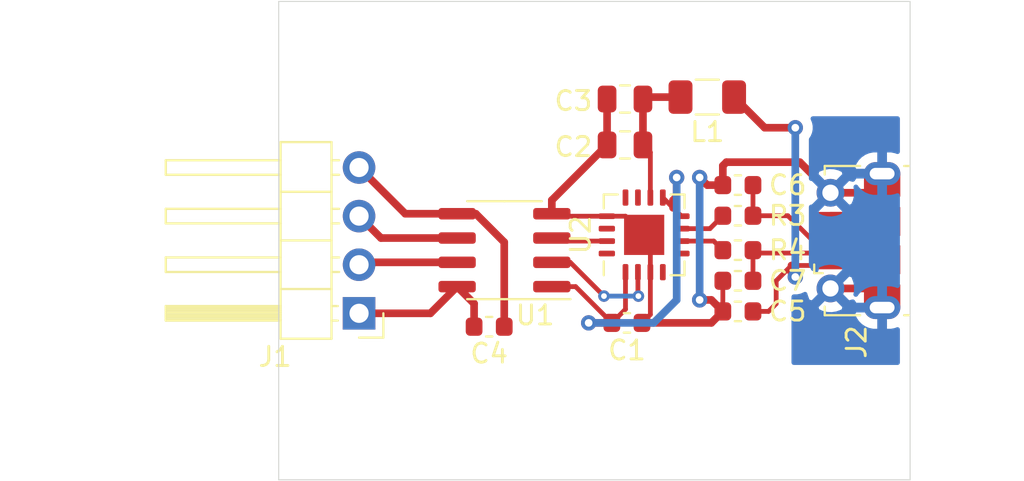
<source format=kicad_pcb>
(kicad_pcb (version 20171130) (host pcbnew 5.1.6-c6e7f7d~87~ubuntu18.04.1)

  (general
    (thickness 1.6)
    (drawings 8)
    (tracks 99)
    (zones 0)
    (modules 18)
    (nets 22)
  )

  (page A4)
  (layers
    (0 F.Cu signal)
    (31 B.Cu signal)
    (32 B.Adhes user)
    (33 F.Adhes user)
    (34 B.Paste user)
    (35 F.Paste user)
    (36 B.SilkS user)
    (37 F.SilkS user)
    (38 B.Mask user)
    (39 F.Mask user)
    (40 Dwgs.User user)
    (41 Cmts.User user)
    (42 Eco1.User user)
    (43 Eco2.User user)
    (44 Edge.Cuts user)
    (45 Margin user)
    (46 B.CrtYd user)
    (47 F.CrtYd user)
    (48 B.Fab user)
    (49 F.Fab user)
  )

  (setup
    (last_trace_width 0.25)
    (user_trace_width 0.4)
    (user_trace_width 0.6)
    (trace_clearance 0.2)
    (zone_clearance 0.508)
    (zone_45_only no)
    (trace_min 0.2)
    (via_size 0.8)
    (via_drill 0.4)
    (via_min_size 0.4)
    (via_min_drill 0.3)
    (user_via 0.6 0.3)
    (uvia_size 0.3)
    (uvia_drill 0.1)
    (uvias_allowed no)
    (uvia_min_size 0.2)
    (uvia_min_drill 0.1)
    (edge_width 0.05)
    (segment_width 0.2)
    (pcb_text_width 0.3)
    (pcb_text_size 1.5 1.5)
    (mod_edge_width 0.12)
    (mod_text_size 1 1)
    (mod_text_width 0.15)
    (pad_size 1.6 1.6)
    (pad_drill 1.2)
    (pad_to_mask_clearance 0.051)
    (solder_mask_min_width 0.25)
    (aux_axis_origin 0 0)
    (grid_origin 111.8 117)
    (visible_elements 7FFDFFBF)
    (pcbplotparams
      (layerselection 0x010fc_ffffffff)
      (usegerberextensions false)
      (usegerberattributes false)
      (usegerberadvancedattributes false)
      (creategerberjobfile false)
      (excludeedgelayer true)
      (linewidth 0.100000)
      (plotframeref false)
      (viasonmask false)
      (mode 1)
      (useauxorigin false)
      (hpglpennumber 1)
      (hpglpenspeed 20)
      (hpglpendiameter 15.000000)
      (psnegative false)
      (psa4output false)
      (plotreference true)
      (plotvalue false)
      (plotinvisibletext false)
      (padsonsilk false)
      (subtractmaskfromsilk false)
      (outputformat 1)
      (mirror false)
      (drillshape 0)
      (scaleselection 1)
      (outputdirectory "out"))
  )

  (net 0 "")
  (net 1 GND)
  (net 2 +3V3)
  (net 3 "Net-(U1-Pad3)")
  (net 4 "Net-(U1-Pad2)")
  (net 5 "Net-(C1-Pad2)")
  (net 6 GNDPWR)
  (net 7 "Net-(C2-Pad2)")
  (net 8 "Net-(C5-Pad2)")
  (net 9 "Net-(C6-Pad1)")
  (net 10 "Net-(C7-Pad1)")
  (net 11 /TX)
  (net 12 /RX)
  (net 13 "Net-(J2-Pad4)")
  (net 14 "Net-(R3-Pad2)")
  (net 15 "Net-(R4-Pad2)")
  (net 16 "Net-(U2-Pad16)")
  (net 17 "Net-(U2-Pad14)")
  (net 18 "Net-(U2-Pad12)")
  (net 19 "Net-(U2-Pad11)")
  (net 20 "Net-(U2-Pad5)")
  (net 21 "Net-(U2-Pad4)")

  (net_class Default "This is the default net class."
    (clearance 0.2)
    (trace_width 0.25)
    (via_dia 0.8)
    (via_drill 0.4)
    (uvia_dia 0.3)
    (uvia_drill 0.1)
    (add_net +3V3)
    (add_net /RX)
    (add_net /TX)
    (add_net GND)
    (add_net GNDPWR)
    (add_net "Net-(C1-Pad2)")
    (add_net "Net-(C2-Pad2)")
    (add_net "Net-(C5-Pad2)")
    (add_net "Net-(C6-Pad1)")
    (add_net "Net-(C7-Pad1)")
    (add_net "Net-(J2-Pad4)")
    (add_net "Net-(R3-Pad2)")
    (add_net "Net-(R4-Pad2)")
    (add_net "Net-(U1-Pad2)")
    (add_net "Net-(U1-Pad3)")
    (add_net "Net-(U2-Pad11)")
    (add_net "Net-(U2-Pad12)")
    (add_net "Net-(U2-Pad14)")
    (add_net "Net-(U2-Pad16)")
    (add_net "Net-(U2-Pad4)")
    (add_net "Net-(U2-Pad5)")
  )

  (module MountingHole:MountingHole_2.5mm (layer F.Cu) (tedit 56D1B4CB) (tstamp 5DA02509)
    (at 130 122)
    (descr "Mounting Hole 2.5mm, no annular")
    (tags "mounting hole 2.5mm no annular")
    (attr virtual)
    (fp_text reference REF** (at 0 -3.5) (layer F.SilkS) hide
      (effects (font (size 1 1) (thickness 0.15)))
    )
    (fp_text value MountingHole_2.5mm (at 0 3.5) (layer F.Fab) hide
      (effects (font (size 1 1) (thickness 0.15)))
    )
    (fp_circle (center 0 0) (end 2.5 0) (layer Cmts.User) (width 0.15))
    (fp_circle (center 0 0) (end 2.75 0) (layer F.CrtYd) (width 0.05))
    (fp_text user %R (at 0.3 0) (layer F.Fab)
      (effects (font (size 1 1) (thickness 0.15)))
    )
    (pad 1 np_thru_hole circle (at 0 0) (size 2.5 2.5) (drill 2.5) (layers *.Cu *.Mask))
  )

  (module MountingHole:MountingHole_2.5mm (layer F.Cu) (tedit 56D1B4CB) (tstamp 5DA11479)
    (at 130 103)
    (descr "Mounting Hole 2.5mm, no annular")
    (tags "mounting hole 2.5mm no annular")
    (attr virtual)
    (fp_text reference REF** (at 0 -3.5) (layer F.SilkS) hide
      (effects (font (size 1 1) (thickness 0.15)))
    )
    (fp_text value MountingHole_2.5mm (at 0 3.5) (layer F.Fab) hide
      (effects (font (size 1 1) (thickness 0.15)))
    )
    (fp_circle (center 0 0) (end 2.5 0) (layer Cmts.User) (width 0.15))
    (fp_circle (center 0 0) (end 2.75 0) (layer F.CrtYd) (width 0.05))
    (fp_text user %R (at 0.3 0) (layer F.Fab)
      (effects (font (size 1 1) (thickness 0.15)))
    )
    (pad 1 np_thru_hole circle (at 0 0) (size 2.5 2.5) (drill 2.5) (layers *.Cu *.Mask))
  )

  (module Package_DFN_QFN:QFN-16-1EP_4x4mm_P0.65mm_EP2.1x2.1mm (layer F.Cu) (tedit 5DC5F6A3) (tstamp 5F42A26D)
    (at 119.1 112.2 90)
    (descr "QFN, 16 Pin (http://www.thatcorp.com/datashts/THAT_1580_Datasheet.pdf), generated with kicad-footprint-generator ipc_noLead_generator.py")
    (tags "QFN NoLead")
    (path /5F45E280)
    (attr smd)
    (fp_text reference U2 (at 0 -3.32 90) (layer F.SilkS)
      (effects (font (size 1 1) (thickness 0.15)))
    )
    (fp_text value FT230XQ (at 0 3.32 90) (layer F.Fab)
      (effects (font (size 1 1) (thickness 0.15)))
    )
    (fp_line (start 1.385 -2.11) (end 2.11 -2.11) (layer F.SilkS) (width 0.12))
    (fp_line (start 2.11 -2.11) (end 2.11 -1.385) (layer F.SilkS) (width 0.12))
    (fp_line (start -1.385 2.11) (end -2.11 2.11) (layer F.SilkS) (width 0.12))
    (fp_line (start -2.11 2.11) (end -2.11 1.385) (layer F.SilkS) (width 0.12))
    (fp_line (start 1.385 2.11) (end 2.11 2.11) (layer F.SilkS) (width 0.12))
    (fp_line (start 2.11 2.11) (end 2.11 1.385) (layer F.SilkS) (width 0.12))
    (fp_line (start -1.385 -2.11) (end -2.11 -2.11) (layer F.SilkS) (width 0.12))
    (fp_line (start -1 -2) (end 2 -2) (layer F.Fab) (width 0.1))
    (fp_line (start 2 -2) (end 2 2) (layer F.Fab) (width 0.1))
    (fp_line (start 2 2) (end -2 2) (layer F.Fab) (width 0.1))
    (fp_line (start -2 2) (end -2 -1) (layer F.Fab) (width 0.1))
    (fp_line (start -2 -1) (end -1 -2) (layer F.Fab) (width 0.1))
    (fp_line (start -2.62 -2.62) (end -2.62 2.62) (layer F.CrtYd) (width 0.05))
    (fp_line (start -2.62 2.62) (end 2.62 2.62) (layer F.CrtYd) (width 0.05))
    (fp_line (start 2.62 2.62) (end 2.62 -2.62) (layer F.CrtYd) (width 0.05))
    (fp_line (start 2.62 -2.62) (end -2.62 -2.62) (layer F.CrtYd) (width 0.05))
    (fp_text user %R (at 0 0 90) (layer F.Fab)
      (effects (font (size 1 1) (thickness 0.15)))
    )
    (pad "" smd roundrect (at 0.525 0.525 90) (size 0.85 0.85) (layers F.Paste) (roundrect_rratio 0.25))
    (pad "" smd roundrect (at 0.525 -0.525 90) (size 0.85 0.85) (layers F.Paste) (roundrect_rratio 0.25))
    (pad "" smd roundrect (at -0.525 0.525 90) (size 0.85 0.85) (layers F.Paste) (roundrect_rratio 0.25))
    (pad "" smd roundrect (at -0.525 -0.525 90) (size 0.85 0.85) (layers F.Paste) (roundrect_rratio 0.25))
    (pad 17 smd rect (at 0 0 90) (size 2.1 2.1) (layers F.Cu F.Mask)
      (net 6 GNDPWR))
    (pad 16 smd roundrect (at -0.975 -1.95 90) (size 0.3 0.85) (layers F.Cu F.Paste F.Mask) (roundrect_rratio 0.25)
      (net 16 "Net-(U2-Pad16)"))
    (pad 15 smd roundrect (at -0.325 -1.95 90) (size 0.3 0.85) (layers F.Cu F.Paste F.Mask) (roundrect_rratio 0.25)
      (net 3 "Net-(U1-Pad3)"))
    (pad 14 smd roundrect (at 0.325 -1.95 90) (size 0.3 0.85) (layers F.Cu F.Paste F.Mask) (roundrect_rratio 0.25)
      (net 17 "Net-(U2-Pad14)"))
    (pad 13 smd roundrect (at 0.975 -1.95 90) (size 0.3 0.85) (layers F.Cu F.Paste F.Mask) (roundrect_rratio 0.25)
      (net 6 GNDPWR))
    (pad 12 smd roundrect (at 1.95 -0.975 90) (size 0.85 0.3) (layers F.Cu F.Paste F.Mask) (roundrect_rratio 0.25)
      (net 18 "Net-(U2-Pad12)"))
    (pad 11 smd roundrect (at 1.95 -0.325 90) (size 0.85 0.3) (layers F.Cu F.Paste F.Mask) (roundrect_rratio 0.25)
      (net 19 "Net-(U2-Pad11)"))
    (pad 10 smd roundrect (at 1.95 0.325 90) (size 0.85 0.3) (layers F.Cu F.Paste F.Mask) (roundrect_rratio 0.25)
      (net 7 "Net-(C2-Pad2)"))
    (pad 9 smd roundrect (at 1.95 0.975 90) (size 0.85 0.3) (layers F.Cu F.Paste F.Mask) (roundrect_rratio 0.25)
      (net 5 "Net-(C1-Pad2)"))
    (pad 8 smd roundrect (at 0.975 1.95 90) (size 0.3 0.85) (layers F.Cu F.Paste F.Mask) (roundrect_rratio 0.25)
      (net 5 "Net-(C1-Pad2)"))
    (pad 7 smd roundrect (at 0.325 1.95 90) (size 0.3 0.85) (layers F.Cu F.Paste F.Mask) (roundrect_rratio 0.25)
      (net 14 "Net-(R3-Pad2)"))
    (pad 6 smd roundrect (at -0.325 1.95 90) (size 0.3 0.85) (layers F.Cu F.Paste F.Mask) (roundrect_rratio 0.25)
      (net 15 "Net-(R4-Pad2)"))
    (pad 5 smd roundrect (at -0.975 1.95 90) (size 0.3 0.85) (layers F.Cu F.Paste F.Mask) (roundrect_rratio 0.25)
      (net 20 "Net-(U2-Pad5)"))
    (pad 4 smd roundrect (at -1.95 0.975 90) (size 0.85 0.3) (layers F.Cu F.Paste F.Mask) (roundrect_rratio 0.25)
      (net 21 "Net-(U2-Pad4)"))
    (pad 3 smd roundrect (at -1.95 0.325 90) (size 0.85 0.3) (layers F.Cu F.Paste F.Mask) (roundrect_rratio 0.25)
      (net 6 GNDPWR))
    (pad 2 smd roundrect (at -1.95 -0.325 90) (size 0.85 0.3) (layers F.Cu F.Paste F.Mask) (roundrect_rratio 0.25)
      (net 4 "Net-(U1-Pad2)"))
    (pad 1 smd roundrect (at -1.95 -0.975 90) (size 0.85 0.3) (layers F.Cu F.Paste F.Mask) (roundrect_rratio 0.25)
      (net 5 "Net-(C1-Pad2)"))
    (model ${KISYS3DMOD}/Package_DFN_QFN.3dshapes/QFN-16-1EP_4x4mm_P0.65mm_EP2.1x2.1mm.wrl
      (at (xyz 0 0 0))
      (scale (xyz 1 1 1))
      (rotate (xyz 0 0 0))
    )
  )

  (module Package_SO:SOIC-8_3.9x4.9mm_P1.27mm (layer F.Cu) (tedit 5D9F72B1) (tstamp 5F42A243)
    (at 111.8 113 180)
    (descr "SOIC, 8 Pin (JEDEC MS-012AA, https://www.analog.com/media/en/package-pcb-resources/package/pkg_pdf/soic_narrow-r/r_8.pdf), generated with kicad-footprint-generator ipc_gullwing_generator.py")
    (tags "SOIC SO")
    (path /5F45E27A)
    (attr smd)
    (fp_text reference U1 (at -1.6 -3.4) (layer F.SilkS)
      (effects (font (size 1 1) (thickness 0.15)))
    )
    (fp_text value ISO7221BDR (at 0 3.4) (layer F.Fab)
      (effects (font (size 1 1) (thickness 0.15)))
    )
    (fp_line (start 0 2.56) (end 1.95 2.56) (layer F.SilkS) (width 0.12))
    (fp_line (start 0 2.56) (end -1.95 2.56) (layer F.SilkS) (width 0.12))
    (fp_line (start 0 -2.56) (end 1.95 -2.56) (layer F.SilkS) (width 0.12))
    (fp_line (start 0 -2.56) (end -3.45 -2.56) (layer F.SilkS) (width 0.12))
    (fp_line (start -0.975 -2.45) (end 1.95 -2.45) (layer F.Fab) (width 0.1))
    (fp_line (start 1.95 -2.45) (end 1.95 2.45) (layer F.Fab) (width 0.1))
    (fp_line (start 1.95 2.45) (end -1.95 2.45) (layer F.Fab) (width 0.1))
    (fp_line (start -1.95 2.45) (end -1.95 -1.475) (layer F.Fab) (width 0.1))
    (fp_line (start -1.95 -1.475) (end -0.975 -2.45) (layer F.Fab) (width 0.1))
    (fp_line (start -3.7 -2.7) (end -3.7 2.7) (layer F.CrtYd) (width 0.05))
    (fp_line (start -3.7 2.7) (end 3.7 2.7) (layer F.CrtYd) (width 0.05))
    (fp_line (start 3.7 2.7) (end 3.7 -2.7) (layer F.CrtYd) (width 0.05))
    (fp_line (start 3.7 -2.7) (end -3.7 -2.7) (layer F.CrtYd) (width 0.05))
    (fp_text user %R (at 0 0) (layer F.Fab)
      (effects (font (size 0.98 0.98) (thickness 0.15)))
    )
    (pad 8 smd roundrect (at 2.475 -1.905 180) (size 1.95 0.6) (layers F.Cu F.Paste F.Mask) (roundrect_rratio 0.25)
      (net 2 +3V3))
    (pad 7 smd roundrect (at 2.475 -0.635 180) (size 1.95 0.6) (layers F.Cu F.Paste F.Mask) (roundrect_rratio 0.25)
      (net 12 /RX))
    (pad 6 smd roundrect (at 2.475 0.635 180) (size 1.95 0.6) (layers F.Cu F.Paste F.Mask) (roundrect_rratio 0.25)
      (net 11 /TX))
    (pad 5 smd roundrect (at 2.475 1.905 180) (size 1.95 0.6) (layers F.Cu F.Paste F.Mask) (roundrect_rratio 0.25)
      (net 1 GND))
    (pad 4 smd roundrect (at -2.475 1.905 180) (size 1.95 0.6) (layers F.Cu F.Paste F.Mask) (roundrect_rratio 0.25)
      (net 6 GNDPWR))
    (pad 3 smd roundrect (at -2.475 0.635 180) (size 1.95 0.6) (layers F.Cu F.Paste F.Mask) (roundrect_rratio 0.25)
      (net 3 "Net-(U1-Pad3)"))
    (pad 2 smd roundrect (at -2.475 -0.635 180) (size 1.95 0.6) (layers F.Cu F.Paste F.Mask) (roundrect_rratio 0.25)
      (net 4 "Net-(U1-Pad2)"))
    (pad 1 smd roundrect (at -2.475 -1.905 180) (size 1.95 0.6) (layers F.Cu F.Paste F.Mask) (roundrect_rratio 0.25)
      (net 5 "Net-(C1-Pad2)"))
    (model ${KISYS3DMOD}/Package_SO.3dshapes/SOIC-8_3.9x4.9mm_P1.27mm.wrl
      (at (xyz 0 0 0))
      (scale (xyz 1 1 1))
      (rotate (xyz 0 0 0))
    )
  )

  (module Resistor_SMD:R_0603_1608Metric (layer F.Cu) (tedit 5B301BBD) (tstamp 5F42AB93)
    (at 124 113 180)
    (descr "Resistor SMD 0603 (1608 Metric), square (rectangular) end terminal, IPC_7351 nominal, (Body size source: http://www.tortai-tech.com/upload/download/2011102023233369053.pdf), generated with kicad-footprint-generator")
    (tags resistor)
    (path /5F45E2A2)
    (attr smd)
    (fp_text reference R4 (at -2.6 0) (layer F.SilkS)
      (effects (font (size 1 1) (thickness 0.15)))
    )
    (fp_text value 30 (at 0 1.43) (layer F.Fab)
      (effects (font (size 1 1) (thickness 0.15)))
    )
    (fp_line (start -0.8 0.4) (end -0.8 -0.4) (layer F.Fab) (width 0.1))
    (fp_line (start -0.8 -0.4) (end 0.8 -0.4) (layer F.Fab) (width 0.1))
    (fp_line (start 0.8 -0.4) (end 0.8 0.4) (layer F.Fab) (width 0.1))
    (fp_line (start 0.8 0.4) (end -0.8 0.4) (layer F.Fab) (width 0.1))
    (fp_line (start -0.162779 -0.51) (end 0.162779 -0.51) (layer F.SilkS) (width 0.12))
    (fp_line (start -0.162779 0.51) (end 0.162779 0.51) (layer F.SilkS) (width 0.12))
    (fp_line (start -1.48 0.73) (end -1.48 -0.73) (layer F.CrtYd) (width 0.05))
    (fp_line (start -1.48 -0.73) (end 1.48 -0.73) (layer F.CrtYd) (width 0.05))
    (fp_line (start 1.48 -0.73) (end 1.48 0.73) (layer F.CrtYd) (width 0.05))
    (fp_line (start 1.48 0.73) (end -1.48 0.73) (layer F.CrtYd) (width 0.05))
    (fp_text user %R (at 0 0) (layer F.Fab)
      (effects (font (size 0.4 0.4) (thickness 0.06)))
    )
    (pad 2 smd roundrect (at 0.7875 0 180) (size 0.875 0.95) (layers F.Cu F.Paste F.Mask) (roundrect_rratio 0.25)
      (net 15 "Net-(R4-Pad2)"))
    (pad 1 smd roundrect (at -0.7875 0 180) (size 0.875 0.95) (layers F.Cu F.Paste F.Mask) (roundrect_rratio 0.25)
      (net 10 "Net-(C7-Pad1)"))
    (model ${KISYS3DMOD}/Resistor_SMD.3dshapes/R_0603_1608Metric.wrl
      (at (xyz 0 0 0))
      (scale (xyz 1 1 1))
      (rotate (xyz 0 0 0))
    )
  )

  (module Resistor_SMD:R_0603_1608Metric (layer F.Cu) (tedit 5B301BBD) (tstamp 5F42ABC3)
    (at 124 111.2 180)
    (descr "Resistor SMD 0603 (1608 Metric), square (rectangular) end terminal, IPC_7351 nominal, (Body size source: http://www.tortai-tech.com/upload/download/2011102023233369053.pdf), generated with kicad-footprint-generator")
    (tags resistor)
    (path /5F45E29C)
    (attr smd)
    (fp_text reference R3 (at -2.6 0) (layer F.SilkS)
      (effects (font (size 1 1) (thickness 0.15)))
    )
    (fp_text value 30 (at 0 1.43) (layer F.Fab)
      (effects (font (size 1 1) (thickness 0.15)))
    )
    (fp_line (start -0.8 0.4) (end -0.8 -0.4) (layer F.Fab) (width 0.1))
    (fp_line (start -0.8 -0.4) (end 0.8 -0.4) (layer F.Fab) (width 0.1))
    (fp_line (start 0.8 -0.4) (end 0.8 0.4) (layer F.Fab) (width 0.1))
    (fp_line (start 0.8 0.4) (end -0.8 0.4) (layer F.Fab) (width 0.1))
    (fp_line (start -0.162779 -0.51) (end 0.162779 -0.51) (layer F.SilkS) (width 0.12))
    (fp_line (start -0.162779 0.51) (end 0.162779 0.51) (layer F.SilkS) (width 0.12))
    (fp_line (start -1.48 0.73) (end -1.48 -0.73) (layer F.CrtYd) (width 0.05))
    (fp_line (start -1.48 -0.73) (end 1.48 -0.73) (layer F.CrtYd) (width 0.05))
    (fp_line (start 1.48 -0.73) (end 1.48 0.73) (layer F.CrtYd) (width 0.05))
    (fp_line (start 1.48 0.73) (end -1.48 0.73) (layer F.CrtYd) (width 0.05))
    (fp_text user %R (at 0 0) (layer F.Fab)
      (effects (font (size 0.4 0.4) (thickness 0.06)))
    )
    (pad 2 smd roundrect (at 0.7875 0 180) (size 0.875 0.95) (layers F.Cu F.Paste F.Mask) (roundrect_rratio 0.25)
      (net 14 "Net-(R3-Pad2)"))
    (pad 1 smd roundrect (at -0.7875 0 180) (size 0.875 0.95) (layers F.Cu F.Paste F.Mask) (roundrect_rratio 0.25)
      (net 9 "Net-(C6-Pad1)"))
    (model ${KISYS3DMOD}/Resistor_SMD.3dshapes/R_0603_1608Metric.wrl
      (at (xyz 0 0 0))
      (scale (xyz 1 1 1))
      (rotate (xyz 0 0 0))
    )
  )

  (module Resistor_SMD:R_1206_3216Metric (layer F.Cu) (tedit 5B301BBD) (tstamp 5F42A1E5)
    (at 122.4 105 180)
    (descr "Resistor SMD 1206 (3216 Metric), square (rectangular) end terminal, IPC_7351 nominal, (Body size source: http://www.tortai-tech.com/upload/download/2011102023233369053.pdf), generated with kicad-footprint-generator")
    (tags resistor)
    (path /5F45E292)
    (attr smd)
    (fp_text reference L1 (at 0 -1.82) (layer F.SilkS)
      (effects (font (size 1 1) (thickness 0.15)))
    )
    (fp_text value 600Z (at 0 1.82) (layer F.Fab)
      (effects (font (size 1 1) (thickness 0.15)))
    )
    (fp_line (start -1.6 0.8) (end -1.6 -0.8) (layer F.Fab) (width 0.1))
    (fp_line (start -1.6 -0.8) (end 1.6 -0.8) (layer F.Fab) (width 0.1))
    (fp_line (start 1.6 -0.8) (end 1.6 0.8) (layer F.Fab) (width 0.1))
    (fp_line (start 1.6 0.8) (end -1.6 0.8) (layer F.Fab) (width 0.1))
    (fp_line (start -0.602064 -0.91) (end 0.602064 -0.91) (layer F.SilkS) (width 0.12))
    (fp_line (start -0.602064 0.91) (end 0.602064 0.91) (layer F.SilkS) (width 0.12))
    (fp_line (start -2.28 1.12) (end -2.28 -1.12) (layer F.CrtYd) (width 0.05))
    (fp_line (start -2.28 -1.12) (end 2.28 -1.12) (layer F.CrtYd) (width 0.05))
    (fp_line (start 2.28 -1.12) (end 2.28 1.12) (layer F.CrtYd) (width 0.05))
    (fp_line (start 2.28 1.12) (end -2.28 1.12) (layer F.CrtYd) (width 0.05))
    (fp_text user %R (at 0 0) (layer F.Fab)
      (effects (font (size 0.8 0.8) (thickness 0.12)))
    )
    (pad 2 smd roundrect (at 1.4 0 180) (size 1.25 1.75) (layers F.Cu F.Paste F.Mask) (roundrect_rratio 0.2)
      (net 7 "Net-(C2-Pad2)"))
    (pad 1 smd roundrect (at -1.4 0 180) (size 1.25 1.75) (layers F.Cu F.Paste F.Mask) (roundrect_rratio 0.2)
      (net 8 "Net-(C5-Pad2)"))
    (model ${KISYS3DMOD}/Resistor_SMD.3dshapes/R_1206_3216Metric.wrl
      (at (xyz 0 0 0))
      (scale (xyz 1 1 1))
      (rotate (xyz 0 0 0))
    )
  )

  (module Connector_USB:USB_Micro-B_Molex-105017-0001 (layer F.Cu) (tedit 5A1DC0BE) (tstamp 5F42AC3B)
    (at 130.3 112.5 90)
    (descr http://www.molex.com/pdm_docs/sd/1050170001_sd.pdf)
    (tags "Micro-USB SMD Typ-B")
    (path /5D907AF4)
    (attr smd)
    (fp_text reference J2 (at -5.3 -0.1 90) (layer F.SilkS)
      (effects (font (size 1 1) (thickness 0.15)))
    )
    (fp_text value USB_B_Micro (at 0.3 4.3375 90) (layer F.Fab)
      (effects (font (size 1 1) (thickness 0.15)))
    )
    (fp_line (start -4.4 3.64) (end 4.4 3.64) (layer F.CrtYd) (width 0.05))
    (fp_line (start 4.4 -2.46) (end 4.4 3.64) (layer F.CrtYd) (width 0.05))
    (fp_line (start -4.4 -2.46) (end 4.4 -2.46) (layer F.CrtYd) (width 0.05))
    (fp_line (start -4.4 3.64) (end -4.4 -2.46) (layer F.CrtYd) (width 0.05))
    (fp_line (start -3.9 -1.7625) (end -3.45 -1.7625) (layer F.SilkS) (width 0.12))
    (fp_line (start -3.9 0.0875) (end -3.9 -1.7625) (layer F.SilkS) (width 0.12))
    (fp_line (start 3.9 2.6375) (end 3.9 2.3875) (layer F.SilkS) (width 0.12))
    (fp_line (start 3.75 3.3875) (end 3.75 -1.6125) (layer F.Fab) (width 0.1))
    (fp_line (start -3 2.689204) (end 3 2.689204) (layer F.Fab) (width 0.1))
    (fp_line (start -3.75 3.389204) (end 3.75 3.389204) (layer F.Fab) (width 0.1))
    (fp_line (start -3.75 -1.6125) (end 3.75 -1.6125) (layer F.Fab) (width 0.1))
    (fp_line (start -3.75 3.3875) (end -3.75 -1.6125) (layer F.Fab) (width 0.1))
    (fp_line (start -3.9 2.6375) (end -3.9 2.3875) (layer F.SilkS) (width 0.12))
    (fp_line (start 3.9 0.0875) (end 3.9 -1.7625) (layer F.SilkS) (width 0.12))
    (fp_line (start 3.9 -1.7625) (end 3.45 -1.7625) (layer F.SilkS) (width 0.12))
    (fp_line (start -1.7 -2.3125) (end -1.25 -2.3125) (layer F.SilkS) (width 0.12))
    (fp_line (start -1.7 -2.3125) (end -1.7 -1.8625) (layer F.SilkS) (width 0.12))
    (fp_line (start -1.3 -1.7125) (end -1.5 -1.9125) (layer F.Fab) (width 0.1))
    (fp_line (start -1.1 -1.9125) (end -1.3 -1.7125) (layer F.Fab) (width 0.1))
    (fp_line (start -1.5 -2.1225) (end -1.1 -2.1225) (layer F.Fab) (width 0.1))
    (fp_line (start -1.5 -2.1225) (end -1.5 -1.9125) (layer F.Fab) (width 0.1))
    (fp_line (start -1.1 -2.1225) (end -1.1 -1.9125) (layer F.Fab) (width 0.1))
    (fp_text user %R (at 0 0.8875 90) (layer F.Fab)
      (effects (font (size 1 1) (thickness 0.15)))
    )
    (fp_text user "PCB Edge" (at 0 2.6875 90) (layer Dwgs.User)
      (effects (font (size 0.5 0.5) (thickness 0.08)))
    )
    (pad 6 smd rect (at -2.9 1.2375 90) (size 1.2 1.9) (layers F.Cu F.Mask)
      (net 6 GNDPWR))
    (pad 6 smd rect (at 2.9 1.2375 90) (size 1.2 1.9) (layers F.Cu F.Mask)
      (net 6 GNDPWR))
    (pad 6 thru_hole oval (at 3.5 1.2375 90) (size 1.2 1.9) (drill oval 0.6 1.3) (layers *.Cu *.Mask)
      (net 6 GNDPWR))
    (pad 6 thru_hole oval (at -3.5 1.2375 270) (size 1.2 1.9) (drill oval 0.6 1.3) (layers *.Cu *.Mask)
      (net 6 GNDPWR))
    (pad 6 smd rect (at -1 1.2375 90) (size 1.5 1.9) (layers F.Cu F.Paste F.Mask)
      (net 6 GNDPWR))
    (pad 6 thru_hole circle (at 2.5 -1.4625 90) (size 1.45 1.45) (drill 0.85) (layers *.Cu *.Mask)
      (net 6 GNDPWR))
    (pad 3 smd rect (at 0 -1.4625 90) (size 0.4 1.35) (layers F.Cu F.Paste F.Mask)
      (net 9 "Net-(C6-Pad1)"))
    (pad 4 smd rect (at 0.65 -1.4625 90) (size 0.4 1.35) (layers F.Cu F.Paste F.Mask)
      (net 13 "Net-(J2-Pad4)"))
    (pad 5 smd rect (at 1.3 -1.4625 90) (size 0.4 1.35) (layers F.Cu F.Paste F.Mask)
      (net 6 GNDPWR))
    (pad 1 smd rect (at -1.3 -1.4625 90) (size 0.4 1.35) (layers F.Cu F.Paste F.Mask)
      (net 8 "Net-(C5-Pad2)"))
    (pad 2 smd rect (at -0.65 -1.4625 90) (size 0.4 1.35) (layers F.Cu F.Paste F.Mask)
      (net 10 "Net-(C7-Pad1)"))
    (pad 6 thru_hole circle (at -2.5 -1.4625 90) (size 1.45 1.45) (drill 0.85) (layers *.Cu *.Mask)
      (net 6 GNDPWR))
    (pad 6 smd rect (at 1 1.2375 90) (size 1.5 1.9) (layers F.Cu F.Paste F.Mask)
      (net 6 GNDPWR))
    (model ${KISYS3DMOD}/Connector_USB.3dshapes/USB_Micro-B_Molex-105017-0001.wrl
      (at (xyz 0 0 0))
      (scale (xyz 1 1 1))
      (rotate (xyz 0 0 0))
    )
  )

  (module Connector_PinHeader_2.54mm:PinHeader_1x04_P2.54mm_Horizontal (layer F.Cu) (tedit 59FED5CB) (tstamp 5F42AF03)
    (at 104.2 116.3 180)
    (descr "Through hole angled pin header, 1x04, 2.54mm pitch, 6mm pin length, single row")
    (tags "Through hole angled pin header THT 1x04 2.54mm single row")
    (path /5F466F39)
    (fp_text reference J1 (at 4.385 -2.27) (layer F.SilkS)
      (effects (font (size 1 1) (thickness 0.15)))
    )
    (fp_text value Conn_01x04 (at 4.385 9.89) (layer F.Fab)
      (effects (font (size 1 1) (thickness 0.15)))
    )
    (fp_line (start 2.135 -1.27) (end 4.04 -1.27) (layer F.Fab) (width 0.1))
    (fp_line (start 4.04 -1.27) (end 4.04 8.89) (layer F.Fab) (width 0.1))
    (fp_line (start 4.04 8.89) (end 1.5 8.89) (layer F.Fab) (width 0.1))
    (fp_line (start 1.5 8.89) (end 1.5 -0.635) (layer F.Fab) (width 0.1))
    (fp_line (start 1.5 -0.635) (end 2.135 -1.27) (layer F.Fab) (width 0.1))
    (fp_line (start -0.32 -0.32) (end 1.5 -0.32) (layer F.Fab) (width 0.1))
    (fp_line (start -0.32 -0.32) (end -0.32 0.32) (layer F.Fab) (width 0.1))
    (fp_line (start -0.32 0.32) (end 1.5 0.32) (layer F.Fab) (width 0.1))
    (fp_line (start 4.04 -0.32) (end 10.04 -0.32) (layer F.Fab) (width 0.1))
    (fp_line (start 10.04 -0.32) (end 10.04 0.32) (layer F.Fab) (width 0.1))
    (fp_line (start 4.04 0.32) (end 10.04 0.32) (layer F.Fab) (width 0.1))
    (fp_line (start -0.32 2.22) (end 1.5 2.22) (layer F.Fab) (width 0.1))
    (fp_line (start -0.32 2.22) (end -0.32 2.86) (layer F.Fab) (width 0.1))
    (fp_line (start -0.32 2.86) (end 1.5 2.86) (layer F.Fab) (width 0.1))
    (fp_line (start 4.04 2.22) (end 10.04 2.22) (layer F.Fab) (width 0.1))
    (fp_line (start 10.04 2.22) (end 10.04 2.86) (layer F.Fab) (width 0.1))
    (fp_line (start 4.04 2.86) (end 10.04 2.86) (layer F.Fab) (width 0.1))
    (fp_line (start -0.32 4.76) (end 1.5 4.76) (layer F.Fab) (width 0.1))
    (fp_line (start -0.32 4.76) (end -0.32 5.4) (layer F.Fab) (width 0.1))
    (fp_line (start -0.32 5.4) (end 1.5 5.4) (layer F.Fab) (width 0.1))
    (fp_line (start 4.04 4.76) (end 10.04 4.76) (layer F.Fab) (width 0.1))
    (fp_line (start 10.04 4.76) (end 10.04 5.4) (layer F.Fab) (width 0.1))
    (fp_line (start 4.04 5.4) (end 10.04 5.4) (layer F.Fab) (width 0.1))
    (fp_line (start -0.32 7.3) (end 1.5 7.3) (layer F.Fab) (width 0.1))
    (fp_line (start -0.32 7.3) (end -0.32 7.94) (layer F.Fab) (width 0.1))
    (fp_line (start -0.32 7.94) (end 1.5 7.94) (layer F.Fab) (width 0.1))
    (fp_line (start 4.04 7.3) (end 10.04 7.3) (layer F.Fab) (width 0.1))
    (fp_line (start 10.04 7.3) (end 10.04 7.94) (layer F.Fab) (width 0.1))
    (fp_line (start 4.04 7.94) (end 10.04 7.94) (layer F.Fab) (width 0.1))
    (fp_line (start 1.44 -1.33) (end 1.44 8.95) (layer F.SilkS) (width 0.12))
    (fp_line (start 1.44 8.95) (end 4.1 8.95) (layer F.SilkS) (width 0.12))
    (fp_line (start 4.1 8.95) (end 4.1 -1.33) (layer F.SilkS) (width 0.12))
    (fp_line (start 4.1 -1.33) (end 1.44 -1.33) (layer F.SilkS) (width 0.12))
    (fp_line (start 4.1 -0.38) (end 10.1 -0.38) (layer F.SilkS) (width 0.12))
    (fp_line (start 10.1 -0.38) (end 10.1 0.38) (layer F.SilkS) (width 0.12))
    (fp_line (start 10.1 0.38) (end 4.1 0.38) (layer F.SilkS) (width 0.12))
    (fp_line (start 4.1 -0.32) (end 10.1 -0.32) (layer F.SilkS) (width 0.12))
    (fp_line (start 4.1 -0.2) (end 10.1 -0.2) (layer F.SilkS) (width 0.12))
    (fp_line (start 4.1 -0.08) (end 10.1 -0.08) (layer F.SilkS) (width 0.12))
    (fp_line (start 4.1 0.04) (end 10.1 0.04) (layer F.SilkS) (width 0.12))
    (fp_line (start 4.1 0.16) (end 10.1 0.16) (layer F.SilkS) (width 0.12))
    (fp_line (start 4.1 0.28) (end 10.1 0.28) (layer F.SilkS) (width 0.12))
    (fp_line (start 1.11 -0.38) (end 1.44 -0.38) (layer F.SilkS) (width 0.12))
    (fp_line (start 1.11 0.38) (end 1.44 0.38) (layer F.SilkS) (width 0.12))
    (fp_line (start 1.44 1.27) (end 4.1 1.27) (layer F.SilkS) (width 0.12))
    (fp_line (start 4.1 2.16) (end 10.1 2.16) (layer F.SilkS) (width 0.12))
    (fp_line (start 10.1 2.16) (end 10.1 2.92) (layer F.SilkS) (width 0.12))
    (fp_line (start 10.1 2.92) (end 4.1 2.92) (layer F.SilkS) (width 0.12))
    (fp_line (start 1.042929 2.16) (end 1.44 2.16) (layer F.SilkS) (width 0.12))
    (fp_line (start 1.042929 2.92) (end 1.44 2.92) (layer F.SilkS) (width 0.12))
    (fp_line (start 1.44 3.81) (end 4.1 3.81) (layer F.SilkS) (width 0.12))
    (fp_line (start 4.1 4.7) (end 10.1 4.7) (layer F.SilkS) (width 0.12))
    (fp_line (start 10.1 4.7) (end 10.1 5.46) (layer F.SilkS) (width 0.12))
    (fp_line (start 10.1 5.46) (end 4.1 5.46) (layer F.SilkS) (width 0.12))
    (fp_line (start 1.042929 4.7) (end 1.44 4.7) (layer F.SilkS) (width 0.12))
    (fp_line (start 1.042929 5.46) (end 1.44 5.46) (layer F.SilkS) (width 0.12))
    (fp_line (start 1.44 6.35) (end 4.1 6.35) (layer F.SilkS) (width 0.12))
    (fp_line (start 4.1 7.24) (end 10.1 7.24) (layer F.SilkS) (width 0.12))
    (fp_line (start 10.1 7.24) (end 10.1 8) (layer F.SilkS) (width 0.12))
    (fp_line (start 10.1 8) (end 4.1 8) (layer F.SilkS) (width 0.12))
    (fp_line (start 1.042929 7.24) (end 1.44 7.24) (layer F.SilkS) (width 0.12))
    (fp_line (start 1.042929 8) (end 1.44 8) (layer F.SilkS) (width 0.12))
    (fp_line (start -1.27 0) (end -1.27 -1.27) (layer F.SilkS) (width 0.12))
    (fp_line (start -1.27 -1.27) (end 0 -1.27) (layer F.SilkS) (width 0.12))
    (fp_line (start -1.8 -1.8) (end -1.8 9.4) (layer F.CrtYd) (width 0.05))
    (fp_line (start -1.8 9.4) (end 10.55 9.4) (layer F.CrtYd) (width 0.05))
    (fp_line (start 10.55 9.4) (end 10.55 -1.8) (layer F.CrtYd) (width 0.05))
    (fp_line (start 10.55 -1.8) (end -1.8 -1.8) (layer F.CrtYd) (width 0.05))
    (fp_text user %R (at 2.77 3.81 90) (layer F.Fab)
      (effects (font (size 1 1) (thickness 0.15)))
    )
    (pad 4 thru_hole oval (at 0 7.62 180) (size 1.7 1.7) (drill 1) (layers *.Cu *.Mask)
      (net 1 GND))
    (pad 3 thru_hole oval (at 0 5.08 180) (size 1.7 1.7) (drill 1) (layers *.Cu *.Mask)
      (net 11 /TX))
    (pad 2 thru_hole oval (at 0 2.54 180) (size 1.7 1.7) (drill 1) (layers *.Cu *.Mask)
      (net 12 /RX))
    (pad 1 thru_hole rect (at 0 0 180) (size 1.7 1.7) (drill 1) (layers *.Cu *.Mask)
      (net 2 +3V3))
    (model ${KISYS3DMOD}/Connector_PinHeader_2.54mm.3dshapes/PinHeader_1x04_P2.54mm_Horizontal.wrl
      (at (xyz 0 0 0))
      (scale (xyz 1 1 1))
      (rotate (xyz 0 0 0))
    )
  )

  (module Capacitor_SMD:C_0603_1608Metric (layer F.Cu) (tedit 5B301BBE) (tstamp 5F42ABF3)
    (at 124 114.6 180)
    (descr "Capacitor SMD 0603 (1608 Metric), square (rectangular) end terminal, IPC_7351 nominal, (Body size source: http://www.tortai-tech.com/upload/download/2011102023233369053.pdf), generated with kicad-footprint-generator")
    (tags capacitor)
    (path /5F45E2AE)
    (attr smd)
    (fp_text reference C7 (at -2.6 0) (layer F.SilkS)
      (effects (font (size 1 1) (thickness 0.15)))
    )
    (fp_text value 47p (at 0 1.43) (layer F.Fab)
      (effects (font (size 1 1) (thickness 0.15)))
    )
    (fp_line (start -0.8 0.4) (end -0.8 -0.4) (layer F.Fab) (width 0.1))
    (fp_line (start -0.8 -0.4) (end 0.8 -0.4) (layer F.Fab) (width 0.1))
    (fp_line (start 0.8 -0.4) (end 0.8 0.4) (layer F.Fab) (width 0.1))
    (fp_line (start 0.8 0.4) (end -0.8 0.4) (layer F.Fab) (width 0.1))
    (fp_line (start -0.162779 -0.51) (end 0.162779 -0.51) (layer F.SilkS) (width 0.12))
    (fp_line (start -0.162779 0.51) (end 0.162779 0.51) (layer F.SilkS) (width 0.12))
    (fp_line (start -1.48 0.73) (end -1.48 -0.73) (layer F.CrtYd) (width 0.05))
    (fp_line (start -1.48 -0.73) (end 1.48 -0.73) (layer F.CrtYd) (width 0.05))
    (fp_line (start 1.48 -0.73) (end 1.48 0.73) (layer F.CrtYd) (width 0.05))
    (fp_line (start 1.48 0.73) (end -1.48 0.73) (layer F.CrtYd) (width 0.05))
    (fp_text user %R (at 0 0) (layer F.Fab)
      (effects (font (size 0.4 0.4) (thickness 0.06)))
    )
    (pad 2 smd roundrect (at 0.7875 0 180) (size 0.875 0.95) (layers F.Cu F.Paste F.Mask) (roundrect_rratio 0.25)
      (net 6 GNDPWR))
    (pad 1 smd roundrect (at -0.7875 0 180) (size 0.875 0.95) (layers F.Cu F.Paste F.Mask) (roundrect_rratio 0.25)
      (net 10 "Net-(C7-Pad1)"))
    (model ${KISYS3DMOD}/Capacitor_SMD.3dshapes/C_0603_1608Metric.wrl
      (at (xyz 0 0 0))
      (scale (xyz 1 1 1))
      (rotate (xyz 0 0 0))
    )
  )

  (module Capacitor_SMD:C_0603_1608Metric (layer F.Cu) (tedit 5B301BBE) (tstamp 5F42ACCE)
    (at 124 109.6 180)
    (descr "Capacitor SMD 0603 (1608 Metric), square (rectangular) end terminal, IPC_7351 nominal, (Body size source: http://www.tortai-tech.com/upload/download/2011102023233369053.pdf), generated with kicad-footprint-generator")
    (tags capacitor)
    (path /5F45E2A8)
    (attr smd)
    (fp_text reference C6 (at -2.6 0) (layer F.SilkS)
      (effects (font (size 1 1) (thickness 0.15)))
    )
    (fp_text value 47p (at 0 1.43) (layer F.Fab)
      (effects (font (size 1 1) (thickness 0.15)))
    )
    (fp_line (start -0.8 0.4) (end -0.8 -0.4) (layer F.Fab) (width 0.1))
    (fp_line (start -0.8 -0.4) (end 0.8 -0.4) (layer F.Fab) (width 0.1))
    (fp_line (start 0.8 -0.4) (end 0.8 0.4) (layer F.Fab) (width 0.1))
    (fp_line (start 0.8 0.4) (end -0.8 0.4) (layer F.Fab) (width 0.1))
    (fp_line (start -0.162779 -0.51) (end 0.162779 -0.51) (layer F.SilkS) (width 0.12))
    (fp_line (start -0.162779 0.51) (end 0.162779 0.51) (layer F.SilkS) (width 0.12))
    (fp_line (start -1.48 0.73) (end -1.48 -0.73) (layer F.CrtYd) (width 0.05))
    (fp_line (start -1.48 -0.73) (end 1.48 -0.73) (layer F.CrtYd) (width 0.05))
    (fp_line (start 1.48 -0.73) (end 1.48 0.73) (layer F.CrtYd) (width 0.05))
    (fp_line (start 1.48 0.73) (end -1.48 0.73) (layer F.CrtYd) (width 0.05))
    (fp_text user %R (at 0 0) (layer F.Fab)
      (effects (font (size 0.4 0.4) (thickness 0.06)))
    )
    (pad 2 smd roundrect (at 0.7875 0 180) (size 0.875 0.95) (layers F.Cu F.Paste F.Mask) (roundrect_rratio 0.25)
      (net 6 GNDPWR))
    (pad 1 smd roundrect (at -0.7875 0 180) (size 0.875 0.95) (layers F.Cu F.Paste F.Mask) (roundrect_rratio 0.25)
      (net 9 "Net-(C6-Pad1)"))
    (model ${KISYS3DMOD}/Capacitor_SMD.3dshapes/C_0603_1608Metric.wrl
      (at (xyz 0 0 0))
      (scale (xyz 1 1 1))
      (rotate (xyz 0 0 0))
    )
  )

  (module Capacitor_SMD:C_0603_1608Metric (layer F.Cu) (tedit 5B301BBE) (tstamp 5F42A13C)
    (at 124 116.2)
    (descr "Capacitor SMD 0603 (1608 Metric), square (rectangular) end terminal, IPC_7351 nominal, (Body size source: http://www.tortai-tech.com/upload/download/2011102023233369053.pdf), generated with kicad-footprint-generator")
    (tags capacitor)
    (path /5F45E28C)
    (attr smd)
    (fp_text reference C5 (at 2.6 0) (layer F.SilkS)
      (effects (font (size 1 1) (thickness 0.15)))
    )
    (fp_text value 10n (at 0 1.43) (layer F.Fab)
      (effects (font (size 1 1) (thickness 0.15)))
    )
    (fp_line (start -0.8 0.4) (end -0.8 -0.4) (layer F.Fab) (width 0.1))
    (fp_line (start -0.8 -0.4) (end 0.8 -0.4) (layer F.Fab) (width 0.1))
    (fp_line (start 0.8 -0.4) (end 0.8 0.4) (layer F.Fab) (width 0.1))
    (fp_line (start 0.8 0.4) (end -0.8 0.4) (layer F.Fab) (width 0.1))
    (fp_line (start -0.162779 -0.51) (end 0.162779 -0.51) (layer F.SilkS) (width 0.12))
    (fp_line (start -0.162779 0.51) (end 0.162779 0.51) (layer F.SilkS) (width 0.12))
    (fp_line (start -1.48 0.73) (end -1.48 -0.73) (layer F.CrtYd) (width 0.05))
    (fp_line (start -1.48 -0.73) (end 1.48 -0.73) (layer F.CrtYd) (width 0.05))
    (fp_line (start 1.48 -0.73) (end 1.48 0.73) (layer F.CrtYd) (width 0.05))
    (fp_line (start 1.48 0.73) (end -1.48 0.73) (layer F.CrtYd) (width 0.05))
    (fp_text user %R (at 0 0) (layer F.Fab)
      (effects (font (size 0.4 0.4) (thickness 0.06)))
    )
    (pad 2 smd roundrect (at 0.7875 0) (size 0.875 0.95) (layers F.Cu F.Paste F.Mask) (roundrect_rratio 0.25)
      (net 8 "Net-(C5-Pad2)"))
    (pad 1 smd roundrect (at -0.7875 0) (size 0.875 0.95) (layers F.Cu F.Paste F.Mask) (roundrect_rratio 0.25)
      (net 6 GNDPWR))
    (model ${KISYS3DMOD}/Capacitor_SMD.3dshapes/C_0603_1608Metric.wrl
      (at (xyz 0 0 0))
      (scale (xyz 1 1 1))
      (rotate (xyz 0 0 0))
    )
  )

  (module Capacitor_SMD:C_0603_1608Metric (layer F.Cu) (tedit 5B301BBE) (tstamp 5F42A12B)
    (at 111 117)
    (descr "Capacitor SMD 0603 (1608 Metric), square (rectangular) end terminal, IPC_7351 nominal, (Body size source: http://www.tortai-tech.com/upload/download/2011102023233369053.pdf), generated with kicad-footprint-generator")
    (tags capacitor)
    (path /5F45E329)
    (attr smd)
    (fp_text reference C4 (at 0 1.4) (layer F.SilkS)
      (effects (font (size 1 1) (thickness 0.15)))
    )
    (fp_text value 100n (at 0 1.43) (layer F.Fab)
      (effects (font (size 1 1) (thickness 0.15)))
    )
    (fp_line (start -0.8 0.4) (end -0.8 -0.4) (layer F.Fab) (width 0.1))
    (fp_line (start -0.8 -0.4) (end 0.8 -0.4) (layer F.Fab) (width 0.1))
    (fp_line (start 0.8 -0.4) (end 0.8 0.4) (layer F.Fab) (width 0.1))
    (fp_line (start 0.8 0.4) (end -0.8 0.4) (layer F.Fab) (width 0.1))
    (fp_line (start -0.162779 -0.51) (end 0.162779 -0.51) (layer F.SilkS) (width 0.12))
    (fp_line (start -0.162779 0.51) (end 0.162779 0.51) (layer F.SilkS) (width 0.12))
    (fp_line (start -1.48 0.73) (end -1.48 -0.73) (layer F.CrtYd) (width 0.05))
    (fp_line (start -1.48 -0.73) (end 1.48 -0.73) (layer F.CrtYd) (width 0.05))
    (fp_line (start 1.48 -0.73) (end 1.48 0.73) (layer F.CrtYd) (width 0.05))
    (fp_line (start 1.48 0.73) (end -1.48 0.73) (layer F.CrtYd) (width 0.05))
    (fp_text user %R (at 0 0) (layer F.Fab)
      (effects (font (size 0.4 0.4) (thickness 0.06)))
    )
    (pad 2 smd roundrect (at 0.7875 0) (size 0.875 0.95) (layers F.Cu F.Paste F.Mask) (roundrect_rratio 0.25)
      (net 1 GND))
    (pad 1 smd roundrect (at -0.7875 0) (size 0.875 0.95) (layers F.Cu F.Paste F.Mask) (roundrect_rratio 0.25)
      (net 2 +3V3))
    (model ${KISYS3DMOD}/Capacitor_SMD.3dshapes/C_0603_1608Metric.wrl
      (at (xyz 0 0 0))
      (scale (xyz 1 1 1))
      (rotate (xyz 0 0 0))
    )
  )

  (module Capacitor_SMD:C_0805_2012Metric (layer F.Cu) (tedit 5B36C52B) (tstamp 5F42A11A)
    (at 118.1 105.1)
    (descr "Capacitor SMD 0805 (2012 Metric), square (rectangular) end terminal, IPC_7351 nominal, (Body size source: https://docs.google.com/spreadsheets/d/1BsfQQcO9C6DZCsRaXUlFlo91Tg2WpOkGARC1WS5S8t0/edit?usp=sharing), generated with kicad-footprint-generator")
    (tags capacitor)
    (path /5F45E2C5)
    (attr smd)
    (fp_text reference C3 (at -2.7 0.1) (layer F.SilkS)
      (effects (font (size 1 1) (thickness 0.15)))
    )
    (fp_text value 2.2u (at 0 1.65) (layer F.Fab)
      (effects (font (size 1 1) (thickness 0.15)))
    )
    (fp_line (start -1 0.6) (end -1 -0.6) (layer F.Fab) (width 0.1))
    (fp_line (start -1 -0.6) (end 1 -0.6) (layer F.Fab) (width 0.1))
    (fp_line (start 1 -0.6) (end 1 0.6) (layer F.Fab) (width 0.1))
    (fp_line (start 1 0.6) (end -1 0.6) (layer F.Fab) (width 0.1))
    (fp_line (start -0.258578 -0.71) (end 0.258578 -0.71) (layer F.SilkS) (width 0.12))
    (fp_line (start -0.258578 0.71) (end 0.258578 0.71) (layer F.SilkS) (width 0.12))
    (fp_line (start -1.68 0.95) (end -1.68 -0.95) (layer F.CrtYd) (width 0.05))
    (fp_line (start -1.68 -0.95) (end 1.68 -0.95) (layer F.CrtYd) (width 0.05))
    (fp_line (start 1.68 -0.95) (end 1.68 0.95) (layer F.CrtYd) (width 0.05))
    (fp_line (start 1.68 0.95) (end -1.68 0.95) (layer F.CrtYd) (width 0.05))
    (fp_text user %R (at 0 0) (layer F.Fab)
      (effects (font (size 0.5 0.5) (thickness 0.08)))
    )
    (pad 2 smd roundrect (at 0.9375 0) (size 0.975 1.4) (layers F.Cu F.Paste F.Mask) (roundrect_rratio 0.25)
      (net 7 "Net-(C2-Pad2)"))
    (pad 1 smd roundrect (at -0.9375 0) (size 0.975 1.4) (layers F.Cu F.Paste F.Mask) (roundrect_rratio 0.25)
      (net 6 GNDPWR))
    (model ${KISYS3DMOD}/Capacitor_SMD.3dshapes/C_0805_2012Metric.wrl
      (at (xyz 0 0 0))
      (scale (xyz 1 1 1))
      (rotate (xyz 0 0 0))
    )
  )

  (module Capacitor_SMD:C_0805_2012Metric (layer F.Cu) (tedit 5B36C52B) (tstamp 5F42A109)
    (at 118.1 107.5)
    (descr "Capacitor SMD 0805 (2012 Metric), square (rectangular) end terminal, IPC_7351 nominal, (Body size source: https://docs.google.com/spreadsheets/d/1BsfQQcO9C6DZCsRaXUlFlo91Tg2WpOkGARC1WS5S8t0/edit?usp=sharing), generated with kicad-footprint-generator")
    (tags capacitor)
    (path /5F45E2BF)
    (attr smd)
    (fp_text reference C2 (at -2.7 0.1) (layer F.SilkS)
      (effects (font (size 1 1) (thickness 0.15)))
    )
    (fp_text value 2.2u (at 0 1.65) (layer F.Fab)
      (effects (font (size 1 1) (thickness 0.15)))
    )
    (fp_line (start -1 0.6) (end -1 -0.6) (layer F.Fab) (width 0.1))
    (fp_line (start -1 -0.6) (end 1 -0.6) (layer F.Fab) (width 0.1))
    (fp_line (start 1 -0.6) (end 1 0.6) (layer F.Fab) (width 0.1))
    (fp_line (start 1 0.6) (end -1 0.6) (layer F.Fab) (width 0.1))
    (fp_line (start -0.258578 -0.71) (end 0.258578 -0.71) (layer F.SilkS) (width 0.12))
    (fp_line (start -0.258578 0.71) (end 0.258578 0.71) (layer F.SilkS) (width 0.12))
    (fp_line (start -1.68 0.95) (end -1.68 -0.95) (layer F.CrtYd) (width 0.05))
    (fp_line (start -1.68 -0.95) (end 1.68 -0.95) (layer F.CrtYd) (width 0.05))
    (fp_line (start 1.68 -0.95) (end 1.68 0.95) (layer F.CrtYd) (width 0.05))
    (fp_line (start 1.68 0.95) (end -1.68 0.95) (layer F.CrtYd) (width 0.05))
    (fp_text user %R (at 0 0) (layer F.Fab)
      (effects (font (size 0.5 0.5) (thickness 0.08)))
    )
    (pad 2 smd roundrect (at 0.9375 0) (size 0.975 1.4) (layers F.Cu F.Paste F.Mask) (roundrect_rratio 0.25)
      (net 7 "Net-(C2-Pad2)"))
    (pad 1 smd roundrect (at -0.9375 0) (size 0.975 1.4) (layers F.Cu F.Paste F.Mask) (roundrect_rratio 0.25)
      (net 6 GNDPWR))
    (model ${KISYS3DMOD}/Capacitor_SMD.3dshapes/C_0805_2012Metric.wrl
      (at (xyz 0 0 0))
      (scale (xyz 1 1 1))
      (rotate (xyz 0 0 0))
    )
  )

  (module Capacitor_SMD:C_0603_1608Metric (layer F.Cu) (tedit 5B301BBE) (tstamp 5F42AC9B)
    (at 118.2 116.8 180)
    (descr "Capacitor SMD 0603 (1608 Metric), square (rectangular) end terminal, IPC_7351 nominal, (Body size source: http://www.tortai-tech.com/upload/download/2011102023233369053.pdf), generated with kicad-footprint-generator")
    (tags capacitor)
    (path /5F45E2CF)
    (attr smd)
    (fp_text reference C1 (at 0 -1.43) (layer F.SilkS)
      (effects (font (size 1 1) (thickness 0.15)))
    )
    (fp_text value 100n (at 0 1.43) (layer F.Fab)
      (effects (font (size 1 1) (thickness 0.15)))
    )
    (fp_line (start -0.8 0.4) (end -0.8 -0.4) (layer F.Fab) (width 0.1))
    (fp_line (start -0.8 -0.4) (end 0.8 -0.4) (layer F.Fab) (width 0.1))
    (fp_line (start 0.8 -0.4) (end 0.8 0.4) (layer F.Fab) (width 0.1))
    (fp_line (start 0.8 0.4) (end -0.8 0.4) (layer F.Fab) (width 0.1))
    (fp_line (start -0.162779 -0.51) (end 0.162779 -0.51) (layer F.SilkS) (width 0.12))
    (fp_line (start -0.162779 0.51) (end 0.162779 0.51) (layer F.SilkS) (width 0.12))
    (fp_line (start -1.48 0.73) (end -1.48 -0.73) (layer F.CrtYd) (width 0.05))
    (fp_line (start -1.48 -0.73) (end 1.48 -0.73) (layer F.CrtYd) (width 0.05))
    (fp_line (start 1.48 -0.73) (end 1.48 0.73) (layer F.CrtYd) (width 0.05))
    (fp_line (start 1.48 0.73) (end -1.48 0.73) (layer F.CrtYd) (width 0.05))
    (fp_text user %R (at 0 0) (layer F.Fab)
      (effects (font (size 0.4 0.4) (thickness 0.06)))
    )
    (pad 2 smd roundrect (at 0.7875 0 180) (size 0.875 0.95) (layers F.Cu F.Paste F.Mask) (roundrect_rratio 0.25)
      (net 5 "Net-(C1-Pad2)"))
    (pad 1 smd roundrect (at -0.7875 0 180) (size 0.875 0.95) (layers F.Cu F.Paste F.Mask) (roundrect_rratio 0.25)
      (net 6 GNDPWR))
    (model ${KISYS3DMOD}/Capacitor_SMD.3dshapes/C_0603_1608Metric.wrl
      (at (xyz 0 0 0))
      (scale (xyz 1 1 1))
      (rotate (xyz 0 0 0))
    )
  )

  (module MountingHole:MountingHole_2.5mm locked (layer F.Cu) (tedit 56D1B4CB) (tstamp 5DA02526)
    (at 103 122)
    (descr "Mounting Hole 2.5mm, no annular")
    (tags "mounting hole 2.5mm no annular")
    (attr virtual)
    (fp_text reference REF** (at 0 -3.5) (layer F.SilkS) hide
      (effects (font (size 1 1) (thickness 0.15)))
    )
    (fp_text value MountingHole_2.5mm (at 0 3.5) (layer F.Fab) hide
      (effects (font (size 1 1) (thickness 0.15)))
    )
    (fp_circle (center 0 0) (end 2.5 0) (layer Cmts.User) (width 0.15))
    (fp_circle (center 0 0) (end 2.75 0) (layer F.CrtYd) (width 0.05))
    (fp_text user %R (at 0.3 0) (layer F.Fab)
      (effects (font (size 1 1) (thickness 0.15)))
    )
    (pad 1 np_thru_hole circle (at 0 0) (size 2.5 2.5) (drill 2.5) (layers *.Cu *.Mask))
  )

  (module MountingHole:MountingHole_2.5mm locked (layer F.Cu) (tedit 56D1B4CB) (tstamp 5DA024CF)
    (at 103 103)
    (descr "Mounting Hole 2.5mm, no annular")
    (tags "mounting hole 2.5mm no annular")
    (attr virtual)
    (fp_text reference REF** (at 0 -3.5) (layer F.SilkS) hide
      (effects (font (size 1 1) (thickness 0.15)))
    )
    (fp_text value MountingHole_2.5mm (at 0 3.5) (layer F.Fab) hide
      (effects (font (size 1 1) (thickness 0.15)))
    )
    (fp_circle (center 0 0) (end 2.5 0) (layer Cmts.User) (width 0.15))
    (fp_circle (center 0 0) (end 2.75 0) (layer F.CrtYd) (width 0.05))
    (fp_text user %R (at 0.3 0) (layer F.Fab)
      (effects (font (size 1 1) (thickness 0.15)))
    )
    (pad 1 np_thru_hole circle (at 0 0) (size 2.5 2.5) (drill 2.5) (layers *.Cu *.Mask))
  )

  (dimension 7.8 (width 0.15) (layer Dwgs.User)
    (gr_text "7.800 mm" (at 137.6 121.1 90) (layer Dwgs.User)
      (effects (font (size 1 1) (thickness 0.15)))
    )
    (feature1 (pts (xy 133 117.2) (xy 136.886421 117.2)))
    (feature2 (pts (xy 133 125) (xy 136.886421 125)))
    (crossbar (pts (xy 136.3 125) (xy 136.3 117.2)))
    (arrow1a (pts (xy 136.3 117.2) (xy 136.886421 118.326504)))
    (arrow1b (pts (xy 136.3 117.2) (xy 135.713579 118.326504)))
    (arrow2a (pts (xy 136.3 125) (xy 136.886421 123.873496)))
    (arrow2b (pts (xy 136.3 125) (xy 135.713579 123.873496)))
  )
  (dimension 7.8 (width 0.15) (layer Dwgs.User)
    (gr_text "7.800 mm" (at 135.9 103.9 270) (layer Dwgs.User)
      (effects (font (size 1 1) (thickness 0.15)))
    )
    (feature1 (pts (xy 133 107.8) (xy 135.186421 107.8)))
    (feature2 (pts (xy 133 100) (xy 135.186421 100)))
    (crossbar (pts (xy 134.6 100) (xy 134.6 107.8)))
    (arrow1a (pts (xy 134.6 107.8) (xy 134.013579 106.673496)))
    (arrow1b (pts (xy 134.6 107.8) (xy 135.186421 106.673496)))
    (arrow2a (pts (xy 134.6 100) (xy 134.013579 101.126504)))
    (arrow2b (pts (xy 134.6 100) (xy 135.186421 101.126504)))
  )
  (dimension 6.7 (width 0.15) (layer Dwgs.User)
    (gr_text "6.700 mm" (at 89.3 103.35 270) (layer Dwgs.User)
      (effects (font (size 1 1) (thickness 0.15)))
    )
    (feature1 (pts (xy 100 106.7) (xy 90.013579 106.7)))
    (feature2 (pts (xy 100 100) (xy 90.013579 100)))
    (crossbar (pts (xy 90.6 100) (xy 90.6 106.7)))
    (arrow1a (pts (xy 90.6 106.7) (xy 90.013579 105.573496)))
    (arrow1b (pts (xy 90.6 106.7) (xy 91.186421 105.573496)))
    (arrow2a (pts (xy 90.6 100) (xy 90.013579 101.126504)))
    (arrow2b (pts (xy 90.6 100) (xy 91.186421 101.126504)))
  )
  (dimension 6.7 (width 0.15) (layer Dwgs.User)
    (gr_text "6.700 mm" (at 89.1 121.65 90) (layer Dwgs.User)
      (effects (font (size 1 1) (thickness 0.15)))
    )
    (feature1 (pts (xy 100 118.3) (xy 89.813579 118.3)))
    (feature2 (pts (xy 100 125) (xy 89.813579 125)))
    (crossbar (pts (xy 90.4 125) (xy 90.4 118.3)))
    (arrow1a (pts (xy 90.4 118.3) (xy 90.986421 119.426504)))
    (arrow1b (pts (xy 90.4 118.3) (xy 89.813579 119.426504)))
    (arrow2a (pts (xy 90.4 125) (xy 90.986421 123.873496)))
    (arrow2b (pts (xy 90.4 125) (xy 89.813579 123.873496)))
  )
  (gr_line (start 100 125) (end 100 100) (layer Edge.Cuts) (width 0.05) (tstamp 5F42954B))
  (gr_line (start 133 125) (end 100 125) (layer Edge.Cuts) (width 0.05))
  (gr_line (start 133 100) (end 133 125) (layer Edge.Cuts) (width 0.05) (tstamp 5F42ACBC))
  (gr_line (start 100 100) (end 133 100) (layer Edge.Cuts) (width 0.05))

  (segment (start 106.615 111.095) (end 104.2 108.68) (width 0.4) (layer F.Cu) (net 1))
  (segment (start 109.325 111.095) (end 106.615 111.095) (width 0.4) (layer F.Cu) (net 1))
  (segment (start 110.3 111.095) (end 109.325 111.095) (width 0.4) (layer F.Cu) (net 1))
  (segment (start 111.7875 112.5825) (end 110.3 111.095) (width 0.4) (layer F.Cu) (net 1))
  (segment (start 111.7875 117) (end 111.7875 112.5825) (width 0.4) (layer F.Cu) (net 1))
  (segment (start 107.93 116.3) (end 109.325 114.905) (width 0.4) (layer F.Cu) (net 2))
  (segment (start 104.2 116.3) (end 107.93 116.3) (width 0.4) (layer F.Cu) (net 2))
  (segment (start 110.2125 115.7925) (end 109.325 114.905) (width 0.4) (layer F.Cu) (net 2))
  (segment (start 110.2125 117) (end 110.2125 115.7925) (width 0.4) (layer F.Cu) (net 2))
  (segment (start 114.435 112.525) (end 114.275 112.365) (width 0.25) (layer F.Cu) (net 3))
  (segment (start 117.15 112.525) (end 114.435 112.525) (width 0.25) (layer F.Cu) (net 3))
  (via (at 118.8 115.4) (size 0.6) (drill 0.3) (layers F.Cu B.Cu) (net 4))
  (segment (start 118.775 114.15) (end 118.775 115.375) (width 0.25) (layer F.Cu) (net 4))
  (segment (start 118.775 115.375) (end 118.8 115.4) (width 0.25) (layer F.Cu) (net 4))
  (via (at 117 115.4) (size 0.6) (drill 0.3) (layers F.Cu B.Cu) (net 4))
  (segment (start 118.8 115.4) (end 117 115.4) (width 0.25) (layer B.Cu) (net 4))
  (segment (start 115.235 113.635) (end 114.275 113.635) (width 0.25) (layer F.Cu) (net 4))
  (segment (start 117 115.4) (end 115.235 113.635) (width 0.25) (layer F.Cu) (net 4))
  (segment (start 115.5175 114.905) (end 117.4125 116.8) (width 0.25) (layer F.Cu) (net 5))
  (segment (start 114.275 114.905) (end 115.5175 114.905) (width 0.25) (layer F.Cu) (net 5))
  (segment (start 118.125 116.0875) (end 117.4125 116.8) (width 0.25) (layer F.Cu) (net 5))
  (segment (start 118.125 114.15) (end 118.125 116.0875) (width 0.25) (layer F.Cu) (net 5))
  (segment (start 120.6125 110.7875) (end 120.075 110.25) (width 0.25) (layer F.Cu) (net 5))
  (segment (start 120.6125 110.7875) (end 120.6125 110.3875) (width 0.4) (layer F.Cu) (net 5))
  (segment (start 121.05 111.225) (end 120.6125 110.7875) (width 0.25) (layer F.Cu) (net 5))
  (via (at 120.8 109.2) (size 0.8) (drill 0.4) (layers F.Cu B.Cu) (net 5))
  (segment (start 120.6125 110.3875) (end 120.8 110.2) (width 0.4) (layer F.Cu) (net 5))
  (segment (start 120.8 110.2) (end 120.8 109.2) (width 0.4) (layer F.Cu) (net 5))
  (segment (start 120.8 109.2) (end 120.8 115.6) (width 0.4) (layer B.Cu) (net 5))
  (via (at 116.2 116.8) (size 0.8) (drill 0.4) (layers F.Cu B.Cu) (net 5))
  (segment (start 120.8 115.6) (end 119.6 116.8) (width 0.4) (layer B.Cu) (net 5))
  (segment (start 119.6 116.8) (end 116.2 116.8) (width 0.4) (layer B.Cu) (net 5))
  (segment (start 116.2 116.8) (end 117.4125 116.8) (width 0.4) (layer F.Cu) (net 5))
  (segment (start 123.2125 116.2) (end 123.2125 114.6) (width 0.25) (layer F.Cu) (net 6))
  (segment (start 117.1625 107.5) (end 117.1625 105.1) (width 0.4) (layer F.Cu) (net 6))
  (segment (start 114.275 110.3875) (end 117.1625 107.5) (width 0.4) (layer F.Cu) (net 6))
  (segment (start 114.275 111.095) (end 114.275 110.3875) (width 0.4) (layer F.Cu) (net 6))
  (segment (start 114.405 111.225) (end 114.275 111.095) (width 0.25) (layer F.Cu) (net 6))
  (segment (start 117.15 111.225) (end 114.405 111.225) (width 0.25) (layer F.Cu) (net 6))
  (segment (start 119.425 116.3625) (end 118.9875 116.8) (width 0.25) (layer F.Cu) (net 6))
  (segment (start 119.425 114.15) (end 119.425 116.3625) (width 0.25) (layer F.Cu) (net 6))
  (segment (start 119.425 112.525) (end 119.1 112.2) (width 0.25) (layer F.Cu) (net 6))
  (segment (start 119.425 114.15) (end 119.425 112.525) (width 0.25) (layer F.Cu) (net 6))
  (segment (start 118.125 111.225) (end 119.1 112.2) (width 0.25) (layer F.Cu) (net 6))
  (segment (start 117.15 111.225) (end 118.125 111.225) (width 0.25) (layer F.Cu) (net 6))
  (segment (start 123.2125 109.6) (end 122.4 109.6) (width 0.4) (layer F.Cu) (net 6))
  (via (at 122 109.2) (size 0.8) (drill 0.4) (layers F.Cu B.Cu) (net 6))
  (segment (start 122.4 109.6) (end 122 109.2) (width 0.4) (layer F.Cu) (net 6))
  (via (at 122 115.6) (size 0.8) (drill 0.4) (layers F.Cu B.Cu) (net 6))
  (segment (start 122 109.2) (end 122 115.6) (width 0.4) (layer B.Cu) (net 6))
  (segment (start 122.6125 115.6) (end 123.2125 116.2) (width 0.4) (layer F.Cu) (net 6))
  (segment (start 122 115.6) (end 122.6125 115.6) (width 0.4) (layer F.Cu) (net 6))
  (segment (start 122.6125 116.8) (end 123.2125 116.2) (width 0.4) (layer F.Cu) (net 6))
  (segment (start 118.9875 116.8) (end 122.6125 116.8) (width 0.4) (layer F.Cu) (net 6))
  (segment (start 123.2125 109.6) (end 123.2125 108.5875) (width 0.4) (layer F.Cu) (net 6))
  (segment (start 123.2125 108.5875) (end 123.4 108.4) (width 0.4) (layer F.Cu) (net 6))
  (segment (start 127.2375 108.4) (end 128.8375 110) (width 0.4) (layer F.Cu) (net 6))
  (segment (start 123.4 108.4) (end 127.2375 108.4) (width 0.4) (layer F.Cu) (net 6))
  (segment (start 131.5375 111.5) (end 131.5375 109.6) (width 0.4) (layer F.Cu) (net 6))
  (segment (start 131.5375 113.5) (end 131.5375 111.5) (width 0.4) (layer F.Cu) (net 6))
  (segment (start 131.2375 111.2) (end 131.5375 111.5) (width 0.4) (layer F.Cu) (net 6))
  (segment (start 128.8375 111.2) (end 131.2375 111.2) (width 0.4) (layer F.Cu) (net 6))
  (segment (start 131.5375 115.4) (end 131.5375 113.5) (width 0.4) (layer F.Cu) (net 6))
  (segment (start 131.1375 115) (end 131.5375 115.4) (width 0.4) (layer F.Cu) (net 6))
  (segment (start 128.8375 115) (end 131.1375 115) (width 0.4) (layer F.Cu) (net 6))
  (segment (start 131.1375 110) (end 131.5375 109.6) (width 0.4) (layer F.Cu) (net 6))
  (segment (start 128.8375 110) (end 131.1375 110) (width 0.4) (layer F.Cu) (net 6))
  (segment (start 119.1375 105) (end 119.0375 105.1) (width 0.4) (layer F.Cu) (net 7))
  (segment (start 121 105) (end 119.1375 105) (width 0.4) (layer F.Cu) (net 7))
  (segment (start 119.0375 107.5) (end 119.0375 105.1) (width 0.4) (layer F.Cu) (net 7))
  (segment (start 119.425 107.8875) (end 119.0375 107.5) (width 0.25) (layer F.Cu) (net 7))
  (segment (start 119.425 110.25) (end 119.425 107.8875) (width 0.25) (layer F.Cu) (net 7))
  (segment (start 128.8375 113.8) (end 126.8 113.8) (width 0.25) (layer F.Cu) (net 8))
  (segment (start 126.8 113.8) (end 126 114.6) (width 0.25) (layer F.Cu) (net 8))
  (segment (start 126 114.6) (end 126 115.8) (width 0.25) (layer F.Cu) (net 8))
  (segment (start 125.6 116.2) (end 124.7875 116.2) (width 0.25) (layer F.Cu) (net 8))
  (segment (start 126 115.8) (end 125.6 116.2) (width 0.25) (layer F.Cu) (net 8))
  (via (at 127 114.4) (size 0.8) (drill 0.4) (layers F.Cu B.Cu) (net 8))
  (segment (start 126.8 113.8) (end 126.8 114.2) (width 0.4) (layer F.Cu) (net 8))
  (segment (start 126.8 114.2) (end 127 114.4) (width 0.4) (layer F.Cu) (net 8))
  (via (at 127 106.6) (size 0.8) (drill 0.4) (layers F.Cu B.Cu) (net 8))
  (segment (start 127 114.4) (end 127 106.6) (width 0.4) (layer B.Cu) (net 8))
  (segment (start 125.4 106.6) (end 123.8 105) (width 0.4) (layer F.Cu) (net 8))
  (segment (start 127 106.6) (end 125.4 106.6) (width 0.4) (layer F.Cu) (net 8))
  (segment (start 126.6125 111.2) (end 124.7875 111.2) (width 0.25) (layer F.Cu) (net 9))
  (segment (start 127.9125 112.5) (end 126.6125 111.2) (width 0.25) (layer F.Cu) (net 9))
  (segment (start 128.8375 112.5) (end 127.9125 112.5) (width 0.25) (layer F.Cu) (net 9))
  (segment (start 124.7875 111.2) (end 124.7875 109.6) (width 0.25) (layer F.Cu) (net 9))
  (segment (start 124.9375 113.15) (end 124.7875 113) (width 0.25) (layer F.Cu) (net 10))
  (segment (start 128.8375 113.15) (end 124.9375 113.15) (width 0.25) (layer F.Cu) (net 10))
  (segment (start 124.7875 114.6) (end 124.7875 113) (width 0.25) (layer F.Cu) (net 10))
  (segment (start 105.345 112.365) (end 104.2 111.22) (width 0.4) (layer F.Cu) (net 11))
  (segment (start 109.325 112.365) (end 105.345 112.365) (width 0.4) (layer F.Cu) (net 11))
  (segment (start 104.325 113.635) (end 104.2 113.76) (width 0.4) (layer F.Cu) (net 12))
  (segment (start 109.325 113.635) (end 104.325 113.635) (width 0.4) (layer F.Cu) (net 12))
  (segment (start 122.5375 111.875) (end 123.2125 111.2) (width 0.25) (layer F.Cu) (net 14))
  (segment (start 121.05 111.875) (end 122.5375 111.875) (width 0.25) (layer F.Cu) (net 14))
  (segment (start 122.7375 112.525) (end 123.2125 113) (width 0.25) (layer F.Cu) (net 15))
  (segment (start 121.05 112.525) (end 122.7375 112.525) (width 0.25) (layer F.Cu) (net 15))

  (zone (net 6) (net_name GNDPWR) (layer B.Cu) (tstamp 5F4579F6) (hatch edge 0.508)
    (connect_pads (clearance 0.508))
    (min_thickness 0.254)
    (fill yes (arc_segments 32) (thermal_gap 0.508) (thermal_bridge_width 0.508))
    (polygon
      (pts
        (xy 132.8 119) (xy 126.8 119) (xy 126.8 106) (xy 132.8 106)
      )
    )
    (filled_polygon
      (pts
        (xy 132.34 107.849984) (xy 132.252996 107.813507) (xy 132.0145 107.765) (xy 131.6645 107.765) (xy 131.6645 108.873)
        (xy 131.6845 108.873) (xy 131.6845 109.127) (xy 131.6645 109.127) (xy 131.6645 110.235) (xy 132.0145 110.235)
        (xy 132.252996 110.186493) (xy 132.34 110.150015) (xy 132.340001 114.849985) (xy 132.252996 114.813507) (xy 132.0145 114.765)
        (xy 131.6645 114.765) (xy 131.6645 115.873) (xy 131.6845 115.873) (xy 131.6845 116.127) (xy 131.6645 116.127)
        (xy 131.6645 117.235) (xy 132.0145 117.235) (xy 132.252996 117.186493) (xy 132.340001 117.150015) (xy 132.340001 118.873)
        (xy 126.927 118.873) (xy 126.927 115.939133) (xy 128.077972 115.939133) (xy 128.140465 116.17545) (xy 128.383178 116.28885)
        (xy 128.643349 116.352719) (xy 128.910982 116.364604) (xy 129.175791 116.324048) (xy 129.193523 116.317609) (xy 129.994038 116.317609)
        (xy 129.997909 116.355282) (xy 130.090079 116.580533) (xy 130.224422 116.783474) (xy 130.395775 116.956307) (xy 130.597554 117.09239)
        (xy 130.822004 117.186493) (xy 131.0605 117.235) (xy 131.4105 117.235) (xy 131.4105 116.127) (xy 130.118769 116.127)
        (xy 129.994038 116.317609) (xy 129.193523 116.317609) (xy 129.4276 116.232609) (xy 129.534535 116.17545) (xy 129.597028 115.939133)
        (xy 128.8375 115.179605) (xy 128.077972 115.939133) (xy 126.927 115.939133) (xy 126.927 115.435) (xy 127.101939 115.435)
        (xy 127.301898 115.395226) (xy 127.490256 115.317205) (xy 127.508369 115.305102) (xy 127.513452 115.338291) (xy 127.604891 115.5901)
        (xy 127.66205 115.697035) (xy 127.898367 115.759528) (xy 128.657895 115) (xy 129.017105 115) (xy 129.776633 115.759528)
        (xy 130.004997 115.699138) (xy 130.118769 115.873) (xy 131.4105 115.873) (xy 131.4105 114.765) (xy 131.0605 114.765)
        (xy 130.822004 114.813507) (xy 130.597554 114.90761) (xy 130.395775 115.043693) (xy 130.224422 115.216526) (xy 130.161329 115.311836)
        (xy 130.190219 115.194151) (xy 130.202104 114.926518) (xy 130.161548 114.661709) (xy 130.070109 114.4099) (xy 130.01295 114.302965)
        (xy 129.776633 114.240472) (xy 129.017105 115) (xy 128.657895 115) (xy 128.643753 114.985858) (xy 128.823358 114.806253)
        (xy 128.8375 114.820395) (xy 129.597028 114.060867) (xy 129.534535 113.82455) (xy 129.291822 113.71115) (xy 129.031651 113.647281)
        (xy 128.764018 113.635396) (xy 128.499209 113.675952) (xy 128.2474 113.767391) (xy 128.140465 113.82455) (xy 128.077973 114.060865)
        (xy 127.96142 113.944312) (xy 127.94028 113.965452) (xy 127.917205 113.909744) (xy 127.835 113.786715) (xy 127.835 110.939133)
        (xy 128.077972 110.939133) (xy 128.140465 111.17545) (xy 128.383178 111.28885) (xy 128.643349 111.352719) (xy 128.910982 111.364604)
        (xy 129.175791 111.324048) (xy 129.4276 111.232609) (xy 129.534535 111.17545) (xy 129.597028 110.939133) (xy 128.8375 110.179605)
        (xy 128.077972 110.939133) (xy 127.835 110.939133) (xy 127.835 110.742771) (xy 127.898367 110.759528) (xy 128.657895 110)
        (xy 129.017105 110) (xy 129.776633 110.759528) (xy 130.01295 110.697035) (xy 130.12635 110.454322) (xy 130.190219 110.194151)
        (xy 130.202104 109.926518) (xy 130.166885 109.696558) (xy 130.224422 109.783474) (xy 130.395775 109.956307) (xy 130.597554 110.09239)
        (xy 130.822004 110.186493) (xy 131.0605 110.235) (xy 131.4105 110.235) (xy 131.4105 109.127) (xy 130.118769 109.127)
        (xy 130.004997 109.300862) (xy 129.776633 109.240472) (xy 129.017105 110) (xy 128.657895 110) (xy 127.898367 109.240472)
        (xy 127.835 109.257229) (xy 127.835 109.060867) (xy 128.077972 109.060867) (xy 128.8375 109.820395) (xy 129.597028 109.060867)
        (xy 129.534535 108.82455) (xy 129.291822 108.71115) (xy 129.174672 108.682391) (xy 129.994038 108.682391) (xy 130.118769 108.873)
        (xy 131.4105 108.873) (xy 131.4105 107.765) (xy 131.0605 107.765) (xy 130.822004 107.813507) (xy 130.597554 107.90761)
        (xy 130.395775 108.043693) (xy 130.224422 108.216526) (xy 130.090079 108.419467) (xy 129.997909 108.644718) (xy 129.994038 108.682391)
        (xy 129.174672 108.682391) (xy 129.031651 108.647281) (xy 128.764018 108.635396) (xy 128.499209 108.675952) (xy 128.2474 108.767391)
        (xy 128.140465 108.82455) (xy 128.077972 109.060867) (xy 127.835 109.060867) (xy 127.835 107.213285) (xy 127.917205 107.090256)
        (xy 127.995226 106.901898) (xy 128.035 106.701939) (xy 128.035 106.498061) (xy 127.995226 106.298102) (xy 127.924353 106.127)
        (xy 132.34 106.127)
      )
    )
  )
)

</source>
